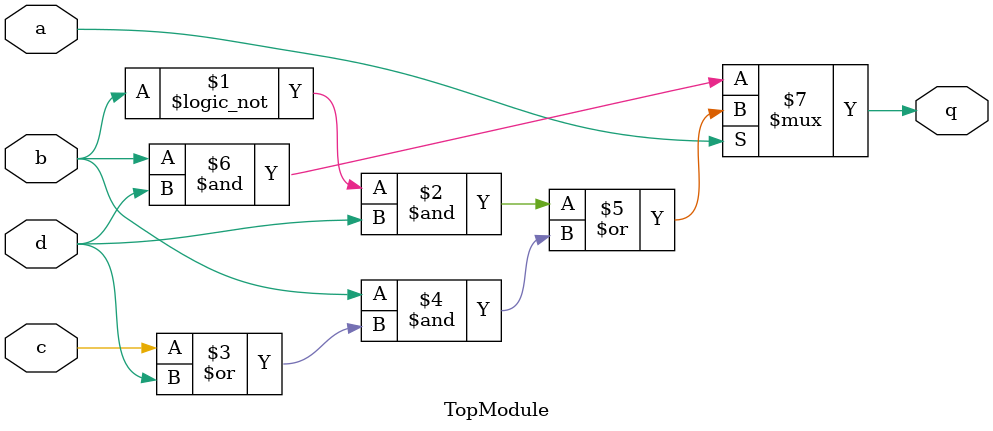
<source format=sv>

module TopModule (
  input a,
  input b,
  input c,
  input d,
  output q
);

  assign q = (a ? ((!b & d) | (b & (c | d))) : (b & d));

endmodule

// VERILOG-EVAL: errant inclusion of module definition

</source>
